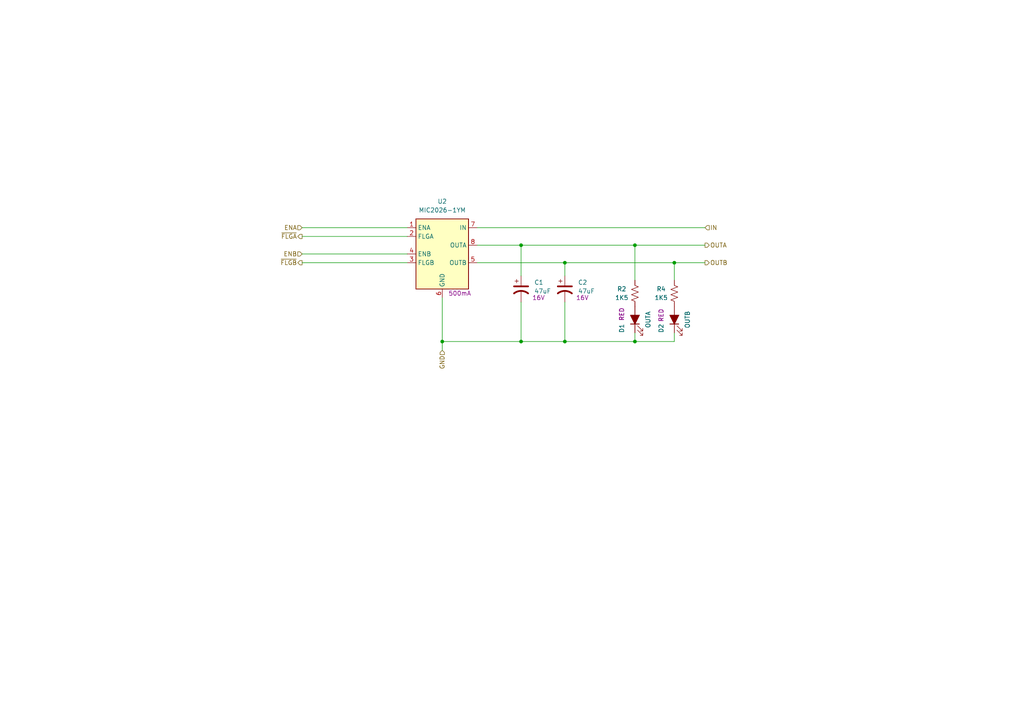
<source format=kicad_sch>
(kicad_sch (version 20230121) (generator eeschema)
  (paper "A4")
  (lib_symbols
    (symbol "Device:C_Polarized_US" (pin_numbers hide) (pin_names (offset 0.254) hide)
      (property "Reference" "C" (at 0.635 2.54 0))
      (property "Value" "C_Polarized_US" (at 0.635 -2.54 0))
      (symbol "C_Polarized_US_0_1"
        (polyline (pts (xy -2.032 0.762) (xy 2.032 0.762)) (stroke (width 0.508)))
        (polyline (pts (xy -1.778 2.286) (xy -0.762 2.286)))
        (polyline (pts (xy -1.27 1.778) (xy -1.27 2.794)))
        (arc (start 2.032 -1.27) (mid 0 -0.5572) (end -2.032 -1.27) (stroke (width 0.508)))
      )
      (symbol "C_Polarized_US_1_1"
        (pin passive line (at 0 3.81 270) (length 2.794) (name "~") (number "1"))
        (pin passive line (at 0 -3.81 90) (length 3.302) (name "~") (number "2"))
      )
    )
    (symbol "Device:LED_Filled" (pin_numbers hide) (pin_names (offset 1.016) hide)
      (property "Reference" "D" (at 0 2.54 0))
      (property "Value" "LED_Filled" (at 0 -2.54 0))
      (symbol "LED_Filled_0_1"
        (polyline (pts (xy -1.27 -1.27) (xy -1.27 1.27)) (stroke (width 0.254)))
        (polyline (pts (xy -1.27 0) (xy 1.27 0)))
        (polyline (pts (xy 1.27 -1.27) (xy 1.27 1.27) (xy -1.27 0) (xy 1.27 -1.27)) (stroke (width 0.254)) (fill (type outline)))
        (polyline (pts (xy -3.048 -0.762) (xy -4.572 -2.286) (xy -3.81 -2.286) (xy -4.572 -2.286) (xy -4.572 -1.524)))
        (polyline (pts (xy -1.778 -0.762) (xy -3.302 -2.286) (xy -2.54 -2.286) (xy -3.302 -2.286) (xy -3.302 -1.524)))
      )
      (symbol "LED_Filled_1_1"
        (pin passive line (at -3.81 0 0) (length 2.54) (name "K") (number "1"))
        (pin passive line (at 3.81 0 180) (length 2.54) (name "A") (number "2"))
      )
    )
    (symbol "Device:R_US" (pin_numbers hide) (pin_names (offset 0))
      (property "Reference" "R" (at 2.54 0 90))
      (property "Value" "R_US" (at -2.54 0 90))
      (symbol "R_US_0_1"
        (polyline (pts (xy 0 -2.286) (xy 0 -2.54)))
        (polyline (pts (xy 0 2.286) (xy 0 2.54)))
        (polyline (pts (xy 0 -0.762) (xy 1.016 -1.143) (xy 0 -1.524) (xy -1.016 -1.905) (xy 0 -2.286)))
        (polyline (pts (xy 0 0.762) (xy 1.016 0.381) (xy 0 0) (xy -1.016 -0.381) (xy 0 -0.762)))
        (polyline (pts (xy 0 2.286) (xy 1.016 1.905) (xy 0 1.524) (xy -1.016 1.143) (xy 0 0.762)))
      )
      (symbol "R_US_1_1"
        (pin passive line (at 0 3.81 270) (length 1.27) (name "~") (number "1"))
        (pin passive line (at 0 -3.81 90) (length 1.27) (name "~") (number "2"))
      )
    )
    (symbol "Power_Management:MIC2026-1BM"
      (property "Reference" "U" (at -7.62 11.43 0))
      (property "Value" "MIC2026-1BM" (at 12.7 11.43 0))
      (symbol "MIC2026-1BM_0_1"
        (rectangle (start -7.62 -10.16) (end 7.62 10.16) (stroke (width 0.254)) (fill (type background)))
      )
      (symbol "MIC2026-1BM_1_1"
        (pin input line (at -10.16 7.62 0) (length 2.54) (name "ENA") (number "1"))
        (pin output line (at -10.16 5.08 0) (length 2.54) (name "FLGA") (number "2"))
        (pin output line (at -10.16 -2.54 0) (length 2.54) (name "FLGB") (number "3"))
        (pin input line (at -10.16 0 0) (length 2.54) (name "ENB") (number "4"))
        (pin power_out line (at 10.16 -2.54 180) (length 2.54) (name "OUTB") (number "5"))
        (pin power_in line (at 0 -12.7 90) (length 2.54) (name "GND") (number "6"))
        (pin power_in line (at 10.16 7.62 180) (length 2.54) (name "IN") (number "7"))
        (pin power_out line (at 10.16 2.54 180) (length 2.54) (name "OUTA") (number "8"))
      )
    )
  )
  (junction (at 128.27 99.06))
  (junction (at 184.15 71.12))
  (junction (at 163.83 76.2))
  (junction (at 151.13 99.06))
  (junction (at 184.15 99.06))
  (junction (at 163.83 99.06))
  (junction (at 151.13 71.12))
  (junction (at 195.58 76.2))
  (wire (pts (xy 151.13 87.63) (xy 151.13 99.06)))
  (wire (pts (xy 128.27 86.36) (xy 128.27 99.06)))
  (wire (pts (xy 184.15 99.06) (xy 163.83 99.06)))
  (wire (pts (xy 87.63 76.2) (xy 118.11 76.2)))
  (wire (pts (xy 195.58 96.52) (xy 195.58 99.06)))
  (wire (pts (xy 151.13 71.12) (xy 184.15 71.12)))
  (wire (pts (xy 151.13 99.06) (xy 163.83 99.06)))
  (wire (pts (xy 163.83 87.63) (xy 163.83 99.06)))
  (wire (pts (xy 128.27 99.06) (xy 151.13 99.06)))
  (wire (pts (xy 163.83 76.2) (xy 195.58 76.2)))
  (wire (pts (xy 87.63 73.66) (xy 118.11 73.66)))
  (wire (pts (xy 184.15 96.52) (xy 184.15 99.06)))
  (wire (pts (xy 195.58 76.2) (xy 204.47 76.2)))
  (wire (pts (xy 163.83 76.2) (xy 163.83 80.01)))
  (wire (pts (xy 128.27 99.06) (xy 128.27 101.6)))
  (wire (pts (xy 138.43 71.12) (xy 151.13 71.12)))
  (wire (pts (xy 195.58 76.2) (xy 195.58 81.28)))
  (wire (pts (xy 184.15 71.12) (xy 204.47 71.12)))
  (wire (pts (xy 195.58 99.06) (xy 184.15 99.06)))
  (wire (pts (xy 138.43 76.2) (xy 163.83 76.2)))
  (wire (pts (xy 87.63 66.04) (xy 118.11 66.04)))
  (wire (pts (xy 87.63 68.58) (xy 118.11 68.58)))
  (wire (pts (xy 151.13 71.12) (xy 151.13 80.01)))
  (wire (pts (xy 184.15 71.12) (xy 184.15 81.28)))
  (wire (pts (xy 138.43 66.04) (xy 204.47 66.04)))
  (hierarchical_label "~{FLGB}" (shape output) (at 87.63 76.2 180))
  (hierarchical_label "ENB" (shape input) (at 87.63 73.66 180))
  (hierarchical_label "~{FLGA}" (shape output) (at 87.63 68.58 180))
  (hierarchical_label "IN" (shape input) (at 204.47 66.04 0))
  (hierarchical_label "OUTB" (shape output) (at 204.47 76.2 0))
  (hierarchical_label "ENA" (shape input) (at 87.63 66.04 180))
  (hierarchical_label "GND" (shape input) (at 128.27 101.6 270))
  (hierarchical_label "OUTA" (shape output) (at 204.47 71.12 0))
  (symbol (lib_id "Device:LED_Filled") (at 184.15 92.71 90) (unit 1)
    (property "Reference" "D1" (at 180.34 95.25 0))
    (property "Value" "OUTA" (at 187.96 92.71 0))
    (property "Footprint" "LED_SMD:LED_0603_1608Metric" (effects hide))
    (property "Color" "RED" (at 180.34 91.1225 0))
    (property "LCSC" "C193902" (effects hide))
    (property "PN" "NCD0603R5" (effects hide))
  )
  (symbol (lib_id "Device:LED_Filled") (at 195.58 92.71 90) (unit 1)
    (property "Reference" "D2" (at 191.77 95.25 0))
    (property "Value" "OUTB" (at 199.39 92.71 0))
    (property "Footprint" "LED_SMD:LED_0603_1608Metric" (effects hide))
    (property "Color" "RED" (at 191.77 91.44 0))
    (property "LCSC" "C193902" (effects hide))
    (property "PN" "NCD0603R5" (effects hide))
  )
  (symbol (lib_id "Device:C_Polarized_US") (at 151.13 83.82 0) (unit 1)
    (property "Reference" "C1" (at 154.94 81.915 0) (effects (justify left)))
    (property "Value" "47uF" (at 154.94 84.455 0) (effects (justify left)))
    (property "Footprint" "Capacitor_SMD:CP_Elec_6.3x5.3" (effects hide))
    (property "Voltage" "16V" (at 156.21 86.36 0))
    (property "LCSC" "C249535" (effects hide))
  )
  (symbol (lib_id "Device:C_Polarized_US") (at 163.83 83.82 0) (unit 1)
    (property "Reference" "C2" (at 167.64 81.915 0) (effects (justify left)))
    (property "Value" "47uF" (at 167.64 84.455 0) (effects (justify left)))
    (property "Footprint" "Capacitor_SMD:CP_Elec_6.3x5.3" (effects hide))
    (property "Voltage" "16V" (at 168.91 86.36 0))
    (property "LCSC" "C249535" (effects hide))
  )
  (symbol (lib_id "Device:R_US") (at 184.15 85.09 180) (unit 1)
    (property "Reference" "R2" (at 180.34 83.82 0))
    (property "Value" "1K5" (at 180.34 86.36 0))
  )
  (symbol (lib_id "Power_Management:MIC2026-1BM") (at 128.27 73.66 0) (unit 1)
    (property "Reference" "U2" (at 128.27 58.42 0))
    (property "Value" "MIC2026-1YM" (at 128.27 60.96 0))
    (property "Footprint" "Package_DIP:DIP-8_W7.62mm" (effects hide))
    (property "Datasheet" "http://ww1.microchip.com/downloads/en/DeviceDoc/mic2026.pdf" (effects hide))
    (property "LCSC" "C144190" (effects hide))
    (property "Limit" "500mA" (at 133.35 85.09 0))
  )
  (symbol (lib_id "Device:R_US") (at 195.58 85.09 180) (unit 1)
    (property "Reference" "R4" (at 191.77 83.82 0))
    (property "Value" "1K5" (at 191.77 86.36 0))
  )
)
</source>
